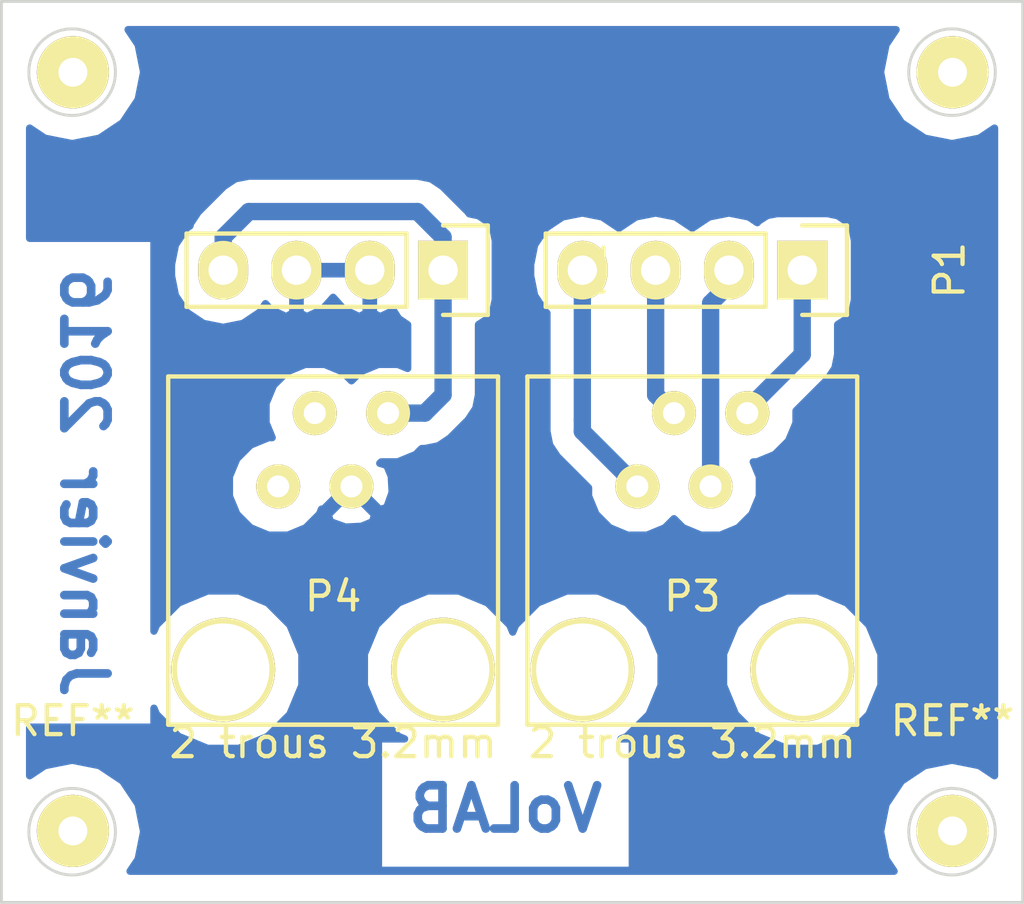
<source format=kicad_pcb>
(kicad_pcb (version 4) (host pcbnew 4.0.1-stable)

  (general
    (links 8)
    (no_connects 0)
    (area 128.599713 70.833 183.058287 115.730001)
    (thickness 1.6)
    (drawings 95)
    (tracks 19)
    (zones 0)
    (modules 8)
    (nets 9)
  )

  (page A4)
  (layers
    (0 F.Cu signal)
    (31 B.Cu signal)
    (32 B.Adhes user)
    (33 F.Adhes user)
    (34 B.Paste user)
    (35 F.Paste user)
    (36 B.SilkS user)
    (37 F.SilkS user)
    (38 B.Mask user)
    (39 F.Mask user)
    (40 Dwgs.User user)
    (41 Cmts.User user)
    (42 Eco1.User user hide)
    (43 Eco2.User user)
    (44 Edge.Cuts user)
    (45 Margin user hide)
    (46 B.CrtYd user)
    (47 F.CrtYd user)
    (48 B.Fab user)
    (49 F.Fab user)
  )

  (setup
    (last_trace_width 0.6)
    (trace_clearance 0.2)
    (zone_clearance 0.8)
    (zone_45_only no)
    (trace_min 0.2)
    (segment_width 0.1)
    (edge_width 0.15)
    (via_size 0.6)
    (via_drill 0.4)
    (via_min_size 0.4)
    (via_min_drill 0.3)
    (uvia_size 0.3)
    (uvia_drill 0.1)
    (uvias_allowed no)
    (uvia_min_size 0.2)
    (uvia_min_drill 0.1)
    (pcb_text_width 0.3)
    (pcb_text_size 1.5 1.5)
    (mod_edge_width 0.15)
    (mod_text_size 1 1)
    (mod_text_width 0.15)
    (pad_size 1.524 1.524)
    (pad_drill 0.762)
    (pad_to_mask_clearance 0.2)
    (aux_axis_origin 0 0)
    (visible_elements 7FFFFFDF)
    (pcbplotparams
      (layerselection 0x00000_80000000)
      (usegerberextensions false)
      (excludeedgelayer false)
      (linewidth 0.100000)
      (plotframeref false)
      (viasonmask false)
      (mode 1)
      (useauxorigin false)
      (hpglpennumber 1)
      (hpglpenspeed 20)
      (hpglpendiameter 15)
      (hpglpenoverlay 2)
      (psnegative false)
      (psa4output false)
      (plotreference true)
      (plotvalue true)
      (plotinvisibletext false)
      (padsonsilk false)
      (subtractmaskfromsilk false)
      (outputformat 5)
      (mirror false)
      (drillshape 1)
      (scaleselection 1)
      (outputdirectory outputs/))
  )

  (net 0 "")
  (net 1 /COILA_A)
  (net 2 /COILA_B)
  (net 3 /COILB_A)
  (net 4 /COILB_B)
  (net 5 /VCC)
  (net 6 /GND)
  (net 7 "Net-(P4-Pad3)")
  (net 8 "Net-(P4-Pad4)")

  (net_class Default "Ceci est la Netclass par défaut"
    (clearance 0.2)
    (trace_width 0.6)
    (via_dia 0.6)
    (via_drill 0.4)
    (uvia_dia 0.3)
    (uvia_drill 0.1)
    (add_net /COILA_A)
    (add_net /COILA_B)
    (add_net /COILB_A)
    (add_net /COILB_B)
    (add_net /GND)
    (add_net /VCC)
    (add_net "Net-(P4-Pad3)")
    (add_net "Net-(P4-Pad4)")
  )

  (module rj9Test:RJ9 (layer F.Cu) (tedit 569431DB) (tstamp 569D5B1D)
    (at 151.511 100.838)
    (path /569D4CC5)
    (fp_text reference P4 (at 0 -2.54) (layer F.SilkS)
      (effects (font (size 1 1) (thickness 0.15)))
    )
    (fp_text value RJ9 (at 0 -0.5) (layer F.Fab)
      (effects (font (size 1 1) (thickness 0.15)))
    )
    (fp_line (start -5.715 1.27) (end -5.715 1.905) (layer F.SilkS) (width 0.15))
    (fp_line (start -5.715 1.905) (end 5.715 1.905) (layer F.SilkS) (width 0.15))
    (fp_line (start 5.715 1.905) (end 5.715 1.27) (layer F.SilkS) (width 0.15))
    (fp_text user "2 trous 3.2mm" (at 0 2.54) (layer F.SilkS)
      (effects (font (size 1 1) (thickness 0.15)))
    )
    (fp_line (start -5.715 1.27) (end -5.715 -10.16) (layer F.SilkS) (width 0.15))
    (fp_line (start -5.715 -10.16) (end 5.715 -10.16) (layer F.SilkS) (width 0.15))
    (fp_line (start 5.715 -10.16) (end 5.715 1.27) (layer F.SilkS) (width 0.15))
    (fp_line (start 5.715 1.905) (end -5.715 1.905) (layer F.SilkS) (width 0.15))
    (pad 1 thru_hole circle (at 1.905 -8.89) (size 1.524 1.524) (drill 0.762) (layers *.Cu *.Mask F.SilkS)
      (net 5 /VCC))
    (pad 2 thru_hole circle (at 0.635 -6.35) (size 1.524 1.524) (drill 0.762) (layers *.Cu *.Mask F.SilkS)
      (net 6 /GND))
    (pad 3 thru_hole circle (at -0.635 -8.89) (size 1.524 1.524) (drill 0.762) (layers *.Cu *.Mask F.SilkS)
      (net 7 "Net-(P4-Pad3)"))
    (pad 4 thru_hole circle (at -1.905 -6.35) (size 1.524 1.524) (drill 0.762) (layers *.Cu *.Mask F.SilkS)
      (net 8 "Net-(P4-Pad4)"))
    (pad "" thru_hole circle (at -3.81 0) (size 3.6 3.6) (drill 3.2) (layers *.Cu *.Mask F.SilkS))
    (pad "" thru_hole circle (at 3.81 0) (size 3.6 3.6) (drill 3.2) (layers *.Cu *.Mask F.SilkS))
  )

  (module Pin_Headers:Pin_Header_Straight_1x04 (layer F.Cu) (tedit 0) (tstamp 569D5B01)
    (at 167.767 86.995 270)
    (descr "Through hole pin header")
    (tags "pin header")
    (path /569D4D6C)
    (fp_text reference P1 (at 0 -5.1 270) (layer F.SilkS)
      (effects (font (size 1 1) (thickness 0.15)))
    )
    (fp_text value CONN_01X04 (at 0 -3.1 270) (layer F.Fab)
      (effects (font (size 1 1) (thickness 0.15)))
    )
    (fp_line (start -1.75 -1.75) (end -1.75 9.4) (layer F.CrtYd) (width 0.05))
    (fp_line (start 1.75 -1.75) (end 1.75 9.4) (layer F.CrtYd) (width 0.05))
    (fp_line (start -1.75 -1.75) (end 1.75 -1.75) (layer F.CrtYd) (width 0.05))
    (fp_line (start -1.75 9.4) (end 1.75 9.4) (layer F.CrtYd) (width 0.05))
    (fp_line (start -1.27 1.27) (end -1.27 8.89) (layer F.SilkS) (width 0.15))
    (fp_line (start 1.27 1.27) (end 1.27 8.89) (layer F.SilkS) (width 0.15))
    (fp_line (start 1.55 -1.55) (end 1.55 0) (layer F.SilkS) (width 0.15))
    (fp_line (start -1.27 8.89) (end 1.27 8.89) (layer F.SilkS) (width 0.15))
    (fp_line (start 1.27 1.27) (end -1.27 1.27) (layer F.SilkS) (width 0.15))
    (fp_line (start -1.55 0) (end -1.55 -1.55) (layer F.SilkS) (width 0.15))
    (fp_line (start -1.55 -1.55) (end 1.55 -1.55) (layer F.SilkS) (width 0.15))
    (pad 1 thru_hole rect (at 0 0 270) (size 2.032 1.7272) (drill 1.016) (layers *.Cu *.Mask F.SilkS)
      (net 1 /COILA_A))
    (pad 2 thru_hole oval (at 0 2.54 270) (size 2.032 1.7272) (drill 1.016) (layers *.Cu *.Mask F.SilkS)
      (net 2 /COILA_B))
    (pad 3 thru_hole oval (at 0 5.08 270) (size 2.032 1.7272) (drill 1.016) (layers *.Cu *.Mask F.SilkS)
      (net 3 /COILB_A))
    (pad 4 thru_hole oval (at 0 7.62 270) (size 2.032 1.7272) (drill 1.016) (layers *.Cu *.Mask F.SilkS)
      (net 4 /COILB_B))
    (model Pin_Headers.3dshapes/Pin_Header_Straight_1x04.wrl
      (at (xyz 0 -0.15 0))
      (scale (xyz 1 1 1))
      (rotate (xyz 0 0 90))
    )
  )

  (module Pin_Headers:Pin_Header_Straight_1x04 (layer F.Cu) (tedit 0) (tstamp 569D5B09)
    (at 155.321 86.995 270)
    (descr "Through hole pin header")
    (tags "pin header")
    (path /569D4E1C)
    (fp_text reference P2 (at 0 -5.1 270) (layer F.SilkS)
      (effects (font (size 1 1) (thickness 0.15)))
    )
    (fp_text value CONN_01X04 (at 0 -3.1 270) (layer F.Fab)
      (effects (font (size 1 1) (thickness 0.15)))
    )
    (fp_line (start -1.75 -1.75) (end -1.75 9.4) (layer F.CrtYd) (width 0.05))
    (fp_line (start 1.75 -1.75) (end 1.75 9.4) (layer F.CrtYd) (width 0.05))
    (fp_line (start -1.75 -1.75) (end 1.75 -1.75) (layer F.CrtYd) (width 0.05))
    (fp_line (start -1.75 9.4) (end 1.75 9.4) (layer F.CrtYd) (width 0.05))
    (fp_line (start -1.27 1.27) (end -1.27 8.89) (layer F.SilkS) (width 0.15))
    (fp_line (start 1.27 1.27) (end 1.27 8.89) (layer F.SilkS) (width 0.15))
    (fp_line (start 1.55 -1.55) (end 1.55 0) (layer F.SilkS) (width 0.15))
    (fp_line (start -1.27 8.89) (end 1.27 8.89) (layer F.SilkS) (width 0.15))
    (fp_line (start 1.27 1.27) (end -1.27 1.27) (layer F.SilkS) (width 0.15))
    (fp_line (start -1.55 0) (end -1.55 -1.55) (layer F.SilkS) (width 0.15))
    (fp_line (start -1.55 -1.55) (end 1.55 -1.55) (layer F.SilkS) (width 0.15))
    (pad 1 thru_hole rect (at 0 0 270) (size 2.032 1.7272) (drill 1.016) (layers *.Cu *.Mask F.SilkS)
      (net 5 /VCC))
    (pad 2 thru_hole oval (at 0 2.54 270) (size 2.032 1.7272) (drill 1.016) (layers *.Cu *.Mask F.SilkS)
      (net 6 /GND))
    (pad 3 thru_hole oval (at 0 5.08 270) (size 2.032 1.7272) (drill 1.016) (layers *.Cu *.Mask F.SilkS)
      (net 6 /GND))
    (pad 4 thru_hole oval (at 0 7.62 270) (size 2.032 1.7272) (drill 1.016) (layers *.Cu *.Mask F.SilkS)
      (net 5 /VCC))
    (model Pin_Headers.3dshapes/Pin_Header_Straight_1x04.wrl
      (at (xyz 0 -0.15 0))
      (scale (xyz 1 1 1))
      (rotate (xyz 0 0 90))
    )
  )

  (module rj9Test:RJ9 (layer F.Cu) (tedit 569431DB) (tstamp 569D5B13)
    (at 163.957 100.838)
    (path /569D4C60)
    (fp_text reference P3 (at 0 -2.54) (layer F.SilkS)
      (effects (font (size 1 1) (thickness 0.15)))
    )
    (fp_text value RJ9 (at 0 -0.5) (layer F.Fab)
      (effects (font (size 1 1) (thickness 0.15)))
    )
    (fp_line (start -5.715 1.27) (end -5.715 1.905) (layer F.SilkS) (width 0.15))
    (fp_line (start -5.715 1.905) (end 5.715 1.905) (layer F.SilkS) (width 0.15))
    (fp_line (start 5.715 1.905) (end 5.715 1.27) (layer F.SilkS) (width 0.15))
    (fp_text user "2 trous 3.2mm" (at 0 2.54) (layer F.SilkS)
      (effects (font (size 1 1) (thickness 0.15)))
    )
    (fp_line (start -5.715 1.27) (end -5.715 -10.16) (layer F.SilkS) (width 0.15))
    (fp_line (start -5.715 -10.16) (end 5.715 -10.16) (layer F.SilkS) (width 0.15))
    (fp_line (start 5.715 -10.16) (end 5.715 1.27) (layer F.SilkS) (width 0.15))
    (fp_line (start 5.715 1.905) (end -5.715 1.905) (layer F.SilkS) (width 0.15))
    (pad 1 thru_hole circle (at 1.905 -8.89) (size 1.524 1.524) (drill 0.762) (layers *.Cu *.Mask F.SilkS)
      (net 1 /COILA_A))
    (pad 2 thru_hole circle (at 0.635 -6.35) (size 1.524 1.524) (drill 0.762) (layers *.Cu *.Mask F.SilkS)
      (net 2 /COILA_B))
    (pad 3 thru_hole circle (at -0.635 -8.89) (size 1.524 1.524) (drill 0.762) (layers *.Cu *.Mask F.SilkS)
      (net 3 /COILB_A))
    (pad 4 thru_hole circle (at -1.905 -6.35) (size 1.524 1.524) (drill 0.762) (layers *.Cu *.Mask F.SilkS)
      (net 4 /COILB_B))
    (pad "" thru_hole circle (at -3.81 0) (size 3.6 3.6) (drill 3.2) (layers *.Cu *.Mask F.SilkS))
    (pad "" thru_hole circle (at 3.81 0) (size 3.6 3.6) (drill 3.2) (layers *.Cu *.Mask F.SilkS))
  )

  (module Wire_Pads:SolderWirePad_single_1mmDrill (layer F.Cu) (tedit 0) (tstamp 56A29AF6)
    (at 142.494 80.137)
    (fp_text reference REF** (at 0 -3.81) (layer F.SilkS)
      (effects (font (size 1 1) (thickness 0.15)))
    )
    (fp_text value SolderWirePad_single_1mmDrill (at -1.905 3.175) (layer F.Fab)
      (effects (font (size 1 1) (thickness 0.15)))
    )
    (pad 1 thru_hole circle (at 0 0) (size 2.49936 2.49936) (drill 1.00076) (layers *.Cu *.Mask F.SilkS))
  )

  (module Wire_Pads:SolderWirePad_single_1mmDrill (layer F.Cu) (tedit 0) (tstamp 56A29B0B)
    (at 172.974 80.137)
    (fp_text reference REF** (at 0 -3.81) (layer F.SilkS)
      (effects (font (size 1 1) (thickness 0.15)))
    )
    (fp_text value SolderWirePad_single_1mmDrill (at -1.905 3.175) (layer F.Fab)
      (effects (font (size 1 1) (thickness 0.15)))
    )
    (pad 1 thru_hole circle (at 0 0) (size 2.49936 2.49936) (drill 1.00076) (layers *.Cu *.Mask F.SilkS))
  )

  (module Wire_Pads:SolderWirePad_single_1mmDrill (layer F.Cu) (tedit 0) (tstamp 56A29B54)
    (at 172.974 106.426)
    (fp_text reference REF** (at 0 -3.81) (layer F.SilkS)
      (effects (font (size 1 1) (thickness 0.15)))
    )
    (fp_text value SolderWirePad_single_1mmDrill (at -1.905 3.175) (layer F.Fab)
      (effects (font (size 1 1) (thickness 0.15)))
    )
    (pad 1 thru_hole circle (at 0 0) (size 2.49936 2.49936) (drill 1.00076) (layers *.Cu *.Mask F.SilkS))
  )

  (module Wire_Pads:SolderWirePad_single_1mmDrill (layer F.Cu) (tedit 0) (tstamp 56A29B66)
    (at 142.494 106.426)
    (fp_text reference REF** (at 0 -3.81) (layer F.SilkS)
      (effects (font (size 1 1) (thickness 0.15)))
    )
    (fp_text value SolderWirePad_single_1mmDrill (at -1.905 3.175) (layer F.Fab)
      (effects (font (size 1 1) (thickness 0.15)))
    )
    (pad 1 thru_hole circle (at 0 0) (size 2.49936 2.49936) (drill 1.00076) (layers *.Cu *.Mask F.SilkS))
  )

  (gr_text "Janvier 2016" (at 142.875 94.361 270) (layer B.Cu)
    (effects (font (size 1.5 1.5) (thickness 0.3)) (justify mirror))
  )
  (gr_text VoLAB (at 157.48 105.664) (layer B.Cu)
    (effects (font (size 1.5 1.5) (thickness 0.3)) (justify mirror))
  )
  (gr_line (start 170.434 109.093) (end 170.434 76.073) (angle 90) (layer Margin) (width 0.1))
  (dimension 2.54 (width 0.01) (layer Margin)
    (gr_text "2,540 mm" (at 171.704 114.38) (layer Margin)
      (effects (font (size 1.5 1.5) (thickness 0.01)))
    )
    (feature1 (pts (xy 170.434 106.426) (xy 170.434 115.73)))
    (feature2 (pts (xy 172.974 106.426) (xy 172.974 115.73)))
    (crossbar (pts (xy 172.974 113.03) (xy 170.434 113.03)))
    (arrow1a (pts (xy 170.434 113.03) (xy 171.560504 112.443579)))
    (arrow1b (pts (xy 170.434 113.03) (xy 171.560504 113.616421)))
    (arrow2a (pts (xy 172.974 113.03) (xy 171.847496 112.443579)))
    (arrow2b (pts (xy 172.974 113.03) (xy 171.847496 113.616421)))
  )
  (gr_line (start 139.446 103.886) (end 177.927 103.886) (angle 90) (layer Margin) (width 0.1))
  (dimension 2.54 (width 0.01) (layer Margin)
    (gr_text "2,540 mm" (at 135.302 105.156 90) (layer Margin)
      (effects (font (size 1.5 1.5) (thickness 0.01)))
    )
    (feature1 (pts (xy 142.494 103.886) (xy 133.952 103.886)))
    (feature2 (pts (xy 142.494 106.426) (xy 133.952 106.426)))
    (crossbar (pts (xy 136.652 106.426) (xy 136.652 103.886)))
    (arrow1a (pts (xy 136.652 103.886) (xy 137.238421 105.012504)))
    (arrow1b (pts (xy 136.652 103.886) (xy 136.065579 105.012504)))
    (arrow2a (pts (xy 136.652 106.426) (xy 137.238421 105.299496)))
    (arrow2b (pts (xy 136.652 106.426) (xy 136.065579 105.299496)))
  )
  (gr_line (start 145.034 86.741) (end 145.034 110.617) (angle 90) (layer Margin) (width 0.1))
  (gr_line (start 149.352 82.677) (end 176.911 82.677) (angle 90) (layer Margin) (width 0.1))
  (gr_line (start 139.7 82.677) (end 149.352 82.677) (angle 90) (layer Margin) (width 0.1))
  (dimension 2.54 (width 0.01) (layer Margin)
    (gr_text "2,540 mm" (at 137.461 81.407 270) (layer Margin)
      (effects (font (size 1.5 1.5) (thickness 0.01)))
    )
    (feature1 (pts (xy 142.494 82.677) (xy 136.111 82.677)))
    (feature2 (pts (xy 142.494 80.137) (xy 136.111 80.137)))
    (crossbar (pts (xy 138.811 80.137) (xy 138.811 82.677)))
    (arrow1a (pts (xy 138.811 82.677) (xy 138.224579 81.550496)))
    (arrow1b (pts (xy 138.811 82.677) (xy 139.397421 81.550496)))
    (arrow2a (pts (xy 138.811 80.137) (xy 138.224579 81.263504)))
    (arrow2b (pts (xy 138.811 80.137) (xy 139.397421 81.263504)))
  )
  (dimension 2.54 (width 0.1) (layer Margin)
    (gr_text "2,540 mm" (at 143.764 72.183) (layer Margin)
      (effects (font (size 1.5 1.5) (thickness 0.1)))
    )
    (feature1 (pts (xy 145.034 77.343) (xy 145.034 70.833)))
    (feature2 (pts (xy 142.494 77.343) (xy 142.494 70.833)))
    (crossbar (pts (xy 142.494 73.533) (xy 145.034 73.533)))
    (arrow1a (pts (xy 145.034 73.533) (xy 143.907496 74.119421)))
    (arrow1b (pts (xy 145.034 73.533) (xy 143.907496 72.946579)))
    (arrow2a (pts (xy 142.494 73.533) (xy 143.620504 74.119421)))
    (arrow2b (pts (xy 142.494 73.533) (xy 143.620504 72.946579)))
  )
  (gr_line (start 145.034 77.47) (end 144.272 77.47) (angle 90) (layer Margin) (width 0.1))
  (gr_line (start 145.034 75.819) (end 145.034 86.741) (angle 90) (layer Margin) (width 0.1))
  (gr_line (start 164.558745 97.939125) (end 170.364586 97.939125) (layer Eco1.User) (width 0.1))
  (gr_line (start 164.558745 76.419125) (end 176.558745 76.419125) (layer Eco1.User) (width 0.1))
  (gr_line (start 164.558745 87.419125) (end 170.364586 87.419125) (layer Eco1.User) (width 0.1))
  (gr_line (start 170.364586 103.439125) (end 164.558745 103.439125) (layer Eco1.User) (width 0.1))
  (gr_circle (center 172.755166 80.065616) (end 174.255166 80.065616) (layer Eco1.User) (width 0.1))
  (gr_line (start 170.364586 104.004032) (end 145.364586 104.004032) (layer Eco1.User) (width 0.1))
  (gr_line (start 170.364586 82.914218) (end 170.364586 104.004032) (layer Eco1.User) (width 0.1))
  (gr_line (start 145.364586 104.004032) (end 145.364586 82.914218) (layer Eco1.User) (width 0.1))
  (gr_line (start 145.364586 82.914218) (end 170.364586 82.914218) (layer Eco1.User) (width 0.1))
  (gr_circle (center 172.755166 106.385616) (end 174.255166 106.385616) (layer Eco1.User) (width 0.1))
  (gr_circle (center 142.265166 106.385616) (end 143.765166 106.385616) (layer Eco1.User) (width 0.1))
  (gr_circle (center 142.265166 80.065616) (end 143.765166 80.065616) (layer Eco1.User) (width 0.1))
  (gr_line (start 138.558745 110.459125) (end 138.558745 76.459125) (layer Eco1.User) (width 0.1))
  (gr_line (start 176.558745 76.459125) (end 138.558745 76.459125) (layer Eco1.User) (width 0.1))
  (gr_line (start 176.558745 110.459125) (end 138.558745 110.459125) (layer Eco1.User) (width 0.1))
  (gr_line (start 164.558745 104.004032) (end 164.558745 103.439125) (layer Eco1.User) (width 0.1))
  (gr_line (start 164.558745 99.550037) (end 164.558745 97.939125) (layer Eco1.User) (width 0.1))
  (gr_line (start 164.558745 103.439125) (end 164.558745 99.550037) (layer Eco1.User) (width 0.1))
  (gr_line (start 164.558745 87.419125) (end 164.558745 82.914218) (layer Eco1.User) (width 0.1))
  (gr_line (start 164.558745 76.459125) (end 164.558745 76.419125) (layer Eco1.User) (width 0.1))
  (gr_line (start 176.558745 76.459125) (end 176.558745 76.419125) (layer Eco1.User) (width 0.1))
  (gr_line (start 176.558745 76.459125) (end 176.558745 110.459125) (layer Eco1.User) (width 0.1))
  (gr_line (start 179.558745 76.459125) (end 176.558745 76.459125) (layer Eco1.User) (width 0.1))
  (gr_line (start 179.558745 110.459125) (end 176.558745 110.459125) (layer Eco1.User) (width 0.1))
  (gr_line (start 176.558745 99.550037) (end 176.558745 97.939125) (layer Eco1.User) (width 0.1))
  (gr_line (start 176.558745 103.439125) (end 176.558745 99.550037) (layer Eco1.User) (width 0.1))
  (gr_line (start 176.558745 78.271636) (end 176.558745 76.459125) (layer Eco1.User) (width 0.1))
  (gr_line (start 176.558745 81.919125) (end 176.558745 78.271636) (layer Eco1.User) (width 0.1))
  (gr_line (start 176.558745 85.808212) (end 176.558745 81.919125) (layer Eco1.User) (width 0.1))
  (gr_line (start 176.558745 87.419125) (end 176.558745 85.808212) (layer Eco1.User) (width 0.1))
  (gr_line (start 179.558745 76.459125) (end 176.558745 76.459125) (layer Eco1.User) (width 0.1))
  (gr_line (start 179.558745 110.459125) (end 176.558745 110.459125) (layer Eco1.User) (width 0.1))
  (gr_line (start 179.558745 104.689125) (end 179.558745 103.439125) (layer Eco1.User) (width 0.1))
  (gr_line (start 179.558745 103.439125) (end 179.558745 102.189125) (layer Eco1.User) (width 0.1))
  (gr_line (start 179.558745 76.459125) (end 179.558745 110.459125) (layer Eco1.User) (width 0.1))
  (gr_line (start 179.558745 108.818922) (end 179.558745 110.459125) (layer Eco1.User) (width 0.1))
  (gr_line (start 179.558745 104.859125) (end 179.558745 108.818922) (layer Eco1.User) (width 0.1))
  (gr_line (start 164.558745 97.939125) (end 170.364586 97.939125) (layer Eco1.User) (width 0.1))
  (gr_line (start 164.558745 76.419125) (end 176.558745 76.419125) (layer Eco1.User) (width 0.1))
  (gr_line (start 164.558745 87.419125) (end 170.364586 87.419125) (layer Eco1.User) (width 0.1))
  (gr_line (start 170.364586 103.439125) (end 164.558745 103.439125) (layer Eco1.User) (width 0.1))
  (gr_circle (center 172.755166 80.065616) (end 174.255166 80.065616) (layer Eco1.User) (width 0.1))
  (gr_line (start 170.364586 104.004032) (end 145.364586 104.004032) (layer Eco1.User) (width 0.1))
  (gr_line (start 170.364586 82.914218) (end 170.364586 104.004032) (layer Eco1.User) (width 0.1))
  (gr_line (start 145.364586 104.004032) (end 145.364586 82.914218) (layer Eco1.User) (width 0.1))
  (gr_line (start 145.364586 82.914218) (end 170.364586 82.914218) (layer Eco1.User) (width 0.1))
  (gr_circle (center 172.755166 106.385616) (end 174.255166 106.385616) (layer Eco1.User) (width 0.1))
  (gr_circle (center 142.265166 106.385616) (end 143.765166 106.385616) (layer Eco1.User) (width 0.1))
  (gr_circle (center 142.265166 80.065616) (end 143.765166 80.065616) (layer Eco1.User) (width 0.1))
  (gr_line (start 138.558745 110.459125) (end 138.558745 76.459125) (layer Eco1.User) (width 0.1))
  (gr_line (start 176.558745 76.459125) (end 138.558745 76.459125) (layer Eco1.User) (width 0.1))
  (gr_line (start 176.558745 110.459125) (end 138.558745 110.459125) (layer Eco1.User) (width 0.1))
  (gr_line (start 164.558745 104.004032) (end 164.558745 103.439125) (layer Eco1.User) (width 0.1))
  (gr_line (start 164.558745 99.550037) (end 164.558745 97.939125) (layer Eco1.User) (width 0.1))
  (gr_line (start 164.558745 103.439125) (end 164.558745 99.550037) (layer Eco1.User) (width 0.1))
  (gr_line (start 164.558745 87.419125) (end 164.558745 82.914218) (layer Eco1.User) (width 0.1))
  (gr_line (start 164.558745 76.459125) (end 164.558745 76.419125) (layer Eco1.User) (width 0.1))
  (gr_line (start 176.558745 76.459125) (end 176.558745 76.419125) (layer Eco1.User) (width 0.1))
  (gr_line (start 176.558745 76.459125) (end 176.558745 110.459125) (layer Eco1.User) (width 0.1))
  (gr_line (start 179.558745 76.459125) (end 176.558745 76.459125) (layer Eco1.User) (width 0.1))
  (gr_line (start 179.558745 110.459125) (end 176.558745 110.459125) (layer Eco1.User) (width 0.1))
  (gr_line (start 176.558745 99.550037) (end 176.558745 97.939125) (layer Eco1.User) (width 0.1))
  (gr_line (start 176.558745 103.439125) (end 176.558745 99.550037) (layer Eco1.User) (width 0.1))
  (gr_line (start 176.558745 78.271636) (end 176.558745 76.459125) (layer Eco1.User) (width 0.1))
  (gr_line (start 176.558745 81.919125) (end 176.558745 78.271636) (layer Eco1.User) (width 0.1))
  (gr_line (start 176.558745 85.808212) (end 176.558745 81.919125) (layer Eco1.User) (width 0.1))
  (gr_line (start 176.558745 87.419125) (end 176.558745 85.808212) (layer Eco1.User) (width 0.1))
  (gr_line (start 179.558745 76.459125) (end 176.558745 76.459125) (layer Eco1.User) (width 0.1))
  (gr_line (start 179.558745 110.459125) (end 176.558745 110.459125) (layer Eco1.User) (width 0.1))
  (gr_line (start 179.558745 104.689125) (end 179.558745 103.439125) (layer Eco1.User) (width 0.1))
  (gr_line (start 179.558745 103.439125) (end 179.558745 102.189125) (layer Eco1.User) (width 0.1))
  (gr_line (start 179.558745 76.459125) (end 179.558745 110.459125) (layer Eco1.User) (width 0.1))
  (gr_line (start 179.558745 108.818922) (end 179.558745 110.459125) (layer Eco1.User) (width 0.1))
  (gr_line (start 179.558745 104.859125) (end 179.558745 108.818922) (layer Eco1.User) (width 0.1))
  (gr_circle (center 172.9575 106.4525) (end 172.9575 104.9525) (layer Edge.Cuts) (width 0.1))
  (gr_circle (center 142.4675 106.4525) (end 142.4675 104.9525) (layer Edge.Cuts) (width 0.1))
  (gr_circle (center 172.9575 80.1325) (end 172.9575 78.6325) (layer Edge.Cuts) (width 0.1))
  (gr_circle (center 142.4675 80.1325) (end 142.4675 78.6325) (layer Edge.Cuts) (width 0.1))
  (gr_line (start 140.0175 77.6825) (end 175.4075 77.6825) (layer Edge.Cuts) (width 0.1))
  (gr_line (start 140.0175 108.9025) (end 140.0175 77.6825) (layer Edge.Cuts) (width 0.1))
  (gr_line (start 175.4075 108.9025) (end 140.0175 108.9025) (layer Edge.Cuts) (width 0.1))
  (gr_line (start 175.4075 77.6825) (end 175.4075 108.9025) (layer Edge.Cuts) (width 0.1))

  (segment (start 167.767 86.995) (end 167.767 89.916) (width 0.6) (layer B.Cu) (net 1))
  (segment (start 167.767 89.916) (end 165.862 91.821) (width 0.6) (layer B.Cu) (net 1) (tstamp 56A296D7))
  (segment (start 165.862 91.821) (end 165.862 91.948) (width 0.6) (layer B.Cu) (net 1) (tstamp 56A296DA))
  (segment (start 164.592 94.488) (end 164.592 88.138) (width 0.6) (layer B.Cu) (net 2))
  (segment (start 164.592 88.138) (end 165.227 87.503) (width 0.6) (layer B.Cu) (net 2) (tstamp 56A296CB))
  (segment (start 165.227 87.503) (end 165.227 86.995) (width 0.6) (layer B.Cu) (net 2) (tstamp 56A296D2))
  (segment (start 162.687 86.995) (end 162.687 91.313) (width 0.6) (layer B.Cu) (net 3))
  (segment (start 162.687 91.313) (end 163.322 91.948) (width 0.6) (layer B.Cu) (net 3) (tstamp 56A296C6))
  (segment (start 160.147 86.995) (end 160.147 92.202) (width 0.6) (layer B.Cu) (net 4))
  (segment (start 160.147 92.583) (end 162.052 94.488) (width 0.6) (layer B.Cu) (net 4) (tstamp 56A296BC))
  (segment (start 160.147 92.202) (end 160.147 92.583) (width 0.6) (layer B.Cu) (net 4) (tstamp 56A296BA))
  (segment (start 147.701 86.995) (end 147.701 85.852) (width 0.6) (layer B.Cu) (net 5) (status 400000))
  (segment (start 154.432 84.963) (end 155.321 85.852) (width 0.6) (layer B.Cu) (net 5) (tstamp 56A2AF0C))
  (segment (start 148.59 84.963) (end 154.432 84.963) (width 0.6) (layer B.Cu) (net 5) (tstamp 56A2AF08))
  (segment (start 147.701 85.852) (end 148.59 84.963) (width 0.6) (layer B.Cu) (net 5) (tstamp 56A2AF03))
  (segment (start 153.416 91.948) (end 154.686 91.948) (width 0.6) (layer B.Cu) (net 5))
  (segment (start 155.321 91.313) (end 155.321 86.995) (width 0.6) (layer B.Cu) (net 5) (tstamp 56A296AC))
  (segment (start 154.686 91.948) (end 155.321 91.313) (width 0.6) (layer B.Cu) (net 5) (tstamp 56A296AA))
  (segment (start 155.321 85.852) (end 155.321 86.995) (width 0.6) (layer B.Cu) (net 5) (tstamp 56A2AF10))

  (zone (net 6) (net_name /GND) (layer B.Cu) (tstamp 569D687A) (hatch none 0.508)
    (connect_pads (clearance 0.8))
    (min_thickness 0.254)
    (fill yes (arc_segments 16) (thermal_gap 0.508) (thermal_bridge_width 0.508))
    (polygon
      (pts
        (xy 174.625 107.95) (xy 140.335 107.95) (xy 140.335 78.105) (xy 174.625 78.105) (xy 174.625 107.95)
      )
    )
    (filled_polygon
      (pts
        (xy 170.66905 79.184593) (xy 170.4805 80.1325) (xy 170.66905 81.080407) (xy 171.205997 81.884003) (xy 172.009593 82.42095)
        (xy 172.9575 82.6095) (xy 173.905407 82.42095) (xy 174.4305 82.070093) (xy 174.4305 104.514907) (xy 173.905407 104.16405)
        (xy 172.9575 103.9755) (xy 172.009593 104.16405) (xy 171.205997 104.700997) (xy 170.66905 105.504593) (xy 170.4805 106.4525)
        (xy 170.66905 107.400407) (xy 170.951418 107.823) (xy 144.473582 107.823) (xy 144.75595 107.400407) (xy 144.9445 106.4525)
        (xy 144.75595 105.504593) (xy 144.219003 104.700997) (xy 143.415407 104.16405) (xy 142.4675 103.9755) (xy 141.519593 104.16405)
        (xy 140.9945 104.514907) (xy 140.9945 102.830856) (xy 145.302 102.830856) (xy 145.302 102.173017) (xy 145.387814 102.380703)
        (xy 146.154262 103.14849) (xy 147.156186 103.564526) (xy 148.241054 103.565472) (xy 149.243703 103.151186) (xy 150.01149 102.384738)
        (xy 150.427526 101.382814) (xy 150.42753 101.378054) (xy 152.593528 101.378054) (xy 153.007814 102.380703) (xy 153.774262 103.14849)
        (xy 153.987417 103.237) (xy 153.081572 103.237) (xy 153.081572 107.791) (xy 161.878429 107.791) (xy 161.878429 103.237)
        (xy 161.482017 103.237) (xy 161.689703 103.151186) (xy 162.45749 102.384738) (xy 162.873526 101.382814) (xy 162.87353 101.378054)
        (xy 165.039528 101.378054) (xy 165.453814 102.380703) (xy 166.220262 103.14849) (xy 167.222186 103.564526) (xy 168.307054 103.565472)
        (xy 169.309703 103.151186) (xy 170.07749 102.384738) (xy 170.493526 101.382814) (xy 170.494472 100.297946) (xy 170.080186 99.295297)
        (xy 169.313738 98.52751) (xy 168.311814 98.111474) (xy 167.226946 98.110528) (xy 166.224297 98.524814) (xy 165.45651 99.291262)
        (xy 165.040474 100.293186) (xy 165.039528 101.378054) (xy 162.87353 101.378054) (xy 162.874472 100.297946) (xy 162.460186 99.295297)
        (xy 161.693738 98.52751) (xy 160.691814 98.111474) (xy 159.606946 98.110528) (xy 158.604297 98.524814) (xy 157.83651 99.291262)
        (xy 157.734263 99.537501) (xy 157.634186 99.295297) (xy 156.867738 98.52751) (xy 155.865814 98.111474) (xy 154.780946 98.110528)
        (xy 153.778297 98.524814) (xy 153.01051 99.291262) (xy 152.594474 100.293186) (xy 152.593528 101.378054) (xy 150.42753 101.378054)
        (xy 150.428472 100.297946) (xy 150.014186 99.295297) (xy 149.247738 98.52751) (xy 148.245814 98.111474) (xy 147.160946 98.110528)
        (xy 146.158297 98.524814) (xy 145.39051 99.291262) (xy 145.302 99.504417) (xy 145.302 86.804534) (xy 145.9104 86.804534)
        (xy 145.9104 87.185466) (xy 146.046701 87.870699) (xy 146.434855 88.451611) (xy 147.015767 88.839765) (xy 147.701 88.976066)
        (xy 148.386233 88.839765) (xy 148.967145 88.451611) (xy 149.166711 88.15294) (xy 149.338964 88.345732) (xy 149.866209 88.599709)
        (xy 149.881974 88.602358) (xy 150.114 88.481217) (xy 150.114 87.122) (xy 150.368 87.122) (xy 150.368 88.481217)
        (xy 150.600026 88.602358) (xy 150.615791 88.599709) (xy 151.143036 88.345732) (xy 151.511 87.933892) (xy 151.878964 88.345732)
        (xy 152.406209 88.599709) (xy 152.421974 88.602358) (xy 152.654 88.481217) (xy 152.654 87.122) (xy 150.368 87.122)
        (xy 150.114 87.122) (xy 150.094 87.122) (xy 150.094 86.868) (xy 150.114 86.868) (xy 150.114 86.848)
        (xy 150.368 86.848) (xy 150.368 86.868) (xy 152.654 86.868) (xy 152.654 86.848) (xy 152.908 86.848)
        (xy 152.908 86.868) (xy 152.928 86.868) (xy 152.928 87.122) (xy 152.908 87.122) (xy 152.908 88.481217)
        (xy 153.140026 88.602358) (xy 153.155791 88.599709) (xy 153.597678 88.38685) (xy 153.779901 88.670033) (xy 154.089679 88.881696)
        (xy 154.094 88.882571) (xy 154.094 90.400708) (xy 153.753437 90.259294) (xy 153.081511 90.258708) (xy 152.460509 90.515301)
        (xy 152.145868 90.829393) (xy 151.833991 90.516971) (xy 151.213437 90.259294) (xy 150.541511 90.258708) (xy 149.920509 90.515301)
        (xy 149.444971 90.990009) (xy 149.187294 91.610563) (xy 149.186708 92.282489) (xy 149.400052 92.79882) (xy 149.271511 92.798708)
        (xy 148.650509 93.055301) (xy 148.174971 93.530009) (xy 147.917294 94.150563) (xy 147.916708 94.822489) (xy 148.173301 95.443491)
        (xy 148.648009 95.919029) (xy 149.268563 96.176706) (xy 149.940489 96.177292) (xy 150.561491 95.920699) (xy 151.014768 95.468213)
        (xy 151.345392 95.468213) (xy 151.414857 95.710397) (xy 151.938302 95.897144) (xy 152.493368 95.869362) (xy 152.877143 95.710397)
        (xy 152.946608 95.468213) (xy 152.146 94.667605) (xy 151.345392 95.468213) (xy 151.014768 95.468213) (xy 151.037029 95.445991)
        (xy 151.109128 95.272357) (xy 151.165787 95.288608) (xy 151.966395 94.488) (xy 151.952253 94.473858) (xy 152.131858 94.294253)
        (xy 152.146 94.308395) (xy 152.160143 94.294253) (xy 152.339748 94.473858) (xy 152.325605 94.488) (xy 153.126213 95.288608)
        (xy 153.368397 95.219143) (xy 153.555144 94.695698) (xy 153.527362 94.140632) (xy 153.368397 93.756857) (xy 153.126215 93.687393)
        (xy 153.176816 93.636792) (xy 153.750489 93.637292) (xy 154.371491 93.380699) (xy 154.57755 93.175) (xy 154.686 93.175)
        (xy 155.155553 93.0816) (xy 155.55362 92.81562) (xy 156.18862 92.18062) (xy 156.454601 91.782552) (xy 156.548 91.313)
        (xy 156.548 88.878733) (xy 156.843633 88.688499) (xy 157.055296 88.378721) (xy 157.129761 88.011) (xy 157.129761 86.804534)
        (xy 158.3564 86.804534) (xy 158.3564 87.185466) (xy 158.492701 87.870699) (xy 158.880855 88.451611) (xy 158.92 88.477767)
        (xy 158.92 92.583) (xy 159.0134 93.052553) (xy 159.23266 93.380699) (xy 159.27938 93.45062) (xy 160.362959 94.534199)
        (xy 160.362708 94.822489) (xy 160.619301 95.443491) (xy 161.094009 95.919029) (xy 161.714563 96.176706) (xy 162.386489 96.177292)
        (xy 163.007491 95.920699) (xy 163.322132 95.606607) (xy 163.634009 95.919029) (xy 164.254563 96.176706) (xy 164.926489 96.177292)
        (xy 165.547491 95.920699) (xy 166.023029 95.445991) (xy 166.280706 94.825437) (xy 166.281292 94.153511) (xy 166.067948 93.63718)
        (xy 166.196489 93.637292) (xy 166.817491 93.380699) (xy 167.293029 92.905991) (xy 167.550706 92.285437) (xy 167.551071 91.867169)
        (xy 168.63462 90.78362) (xy 168.813905 90.515301) (xy 168.9006 90.385553) (xy 168.994 89.916) (xy 168.994 88.878733)
        (xy 169.289633 88.688499) (xy 169.501296 88.378721) (xy 169.575761 88.011) (xy 169.575761 85.979) (xy 169.511122 85.635474)
        (xy 169.308099 85.319967) (xy 168.998321 85.108304) (xy 168.6306 85.033839) (xy 166.9034 85.033839) (xy 166.559874 85.098478)
        (xy 166.244367 85.301501) (xy 166.21122 85.350013) (xy 165.912233 85.150235) (xy 165.227 85.013934) (xy 164.541767 85.150235)
        (xy 163.960855 85.538389) (xy 163.957 85.544158) (xy 163.953145 85.538389) (xy 163.372233 85.150235) (xy 162.687 85.013934)
        (xy 162.001767 85.150235) (xy 161.420855 85.538389) (xy 161.417 85.544158) (xy 161.413145 85.538389) (xy 160.832233 85.150235)
        (xy 160.147 85.013934) (xy 159.461767 85.150235) (xy 158.880855 85.538389) (xy 158.492701 86.119301) (xy 158.3564 86.804534)
        (xy 157.129761 86.804534) (xy 157.129761 85.979) (xy 157.065122 85.635474) (xy 156.862099 85.319967) (xy 156.552321 85.108304)
        (xy 156.227468 85.04252) (xy 156.18862 84.98438) (xy 155.29962 84.09538) (xy 154.901553 83.8294) (xy 154.432 83.736)
        (xy 148.59 83.736) (xy 148.120447 83.8294) (xy 147.72238 84.09538) (xy 146.83338 84.98438) (xy 146.5674 85.382447)
        (xy 146.551943 85.460153) (xy 146.434855 85.538389) (xy 146.046701 86.119301) (xy 145.9104 86.804534) (xy 145.302 86.804534)
        (xy 145.302 85.891144) (xy 140.9945 85.891144) (xy 140.9945 82.070093) (xy 141.519593 82.42095) (xy 142.4675 82.6095)
        (xy 143.415407 82.42095) (xy 144.219003 81.884003) (xy 144.75595 81.080407) (xy 144.9445 80.1325) (xy 144.75595 79.184593)
        (xy 144.405093 78.6595) (xy 171.019907 78.6595)
      )
    )
  )
)

</source>
